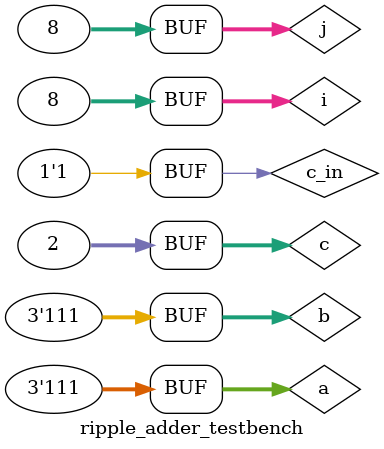
<source format=v>
`timescale 1ns / 1ps


module ripple_adder_testbench(

    );
    reg [2:0]a;
    reg [2:0]b;
    reg c_in;
    wire [2:0]sum;
    wire c_out;
    integer c, i, j;
    ripple_adder ripple1_1(c_in, a, b, sum, c_out);
    
        
    initial
    begin
    a=0;b=0;c_in=0;
    
    #100;
    a=2;
    b=1;
    c_in=0;

    #50;
    for (c = 0; c < 2; c = c+1) begin
        for (i = 0; i < 8; i = i+1) begin
            for (j = 0; j < 8; j = j+1) begin
                c_in = c;
                a = i;
                b = j;
                #50;
            end        
        end
    end
    
    
    end
    
endmodule

</source>
